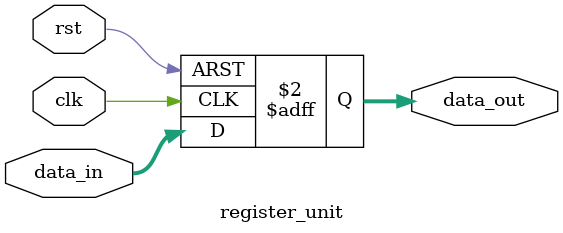
<source format=sv>
module wave6_sawtooth #(
    parameter WIDTH = 8
)(
    input  wire             clk,
    input  wire             rst,
    output wire [WIDTH-1:0] wave_out
);
    // 内部信号
    wire [WIDTH-1:0] next_value;
    wire [WIDTH-1:0] current_value;
    
    // 子模块实例化
    counter_logic #(
        .WIDTH(WIDTH)
    ) counter_inst (
        .current_value(current_value),
        .next_value(next_value)
    );
    
    register_unit #(
        .WIDTH(WIDTH)
    ) register_inst (
        .clk(clk),
        .rst(rst),
        .data_in(next_value),
        .data_out(current_value)
    );
    
    // 输出赋值
    assign wave_out = current_value;
    
endmodule

// 计数逻辑子模块
module counter_logic #(
    parameter WIDTH = 8
)(
    input  wire [WIDTH-1:0] current_value,
    output wire [WIDTH-1:0] next_value
);
    // 简单的递增逻辑
    assign next_value = current_value + 1'b1;
endmodule

// 寄存器单元子模块
module register_unit #(
    parameter WIDTH = 8
)(
    input  wire             clk,
    input  wire             rst,
    input  wire [WIDTH-1:0] data_in,
    output reg  [WIDTH-1:0] data_out
);
    // 时序逻辑
    always @(posedge clk or posedge rst) begin
        if (rst) 
            data_out <= {WIDTH{1'b0}};
        else
            data_out <= data_in;
    end
endmodule
</source>
